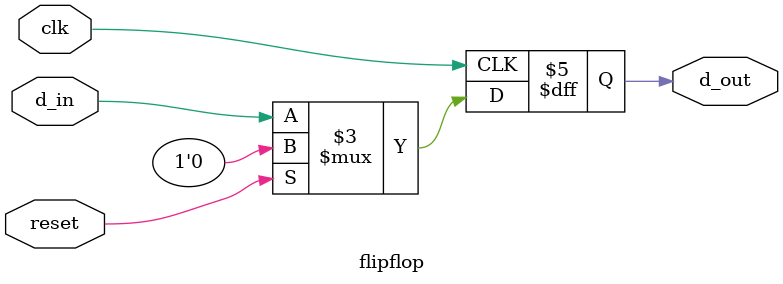
<source format=v>
module flipflop(reset, clk, d_in, d_out);
  input reset, clk;
  input d_in;
  output d_out;
  reg d_out;

  always @(posedge clk)
  begin

    if (reset)
      d_out <= 0;
    else
      d_out <= d_in;
  end
endmodule


</source>
